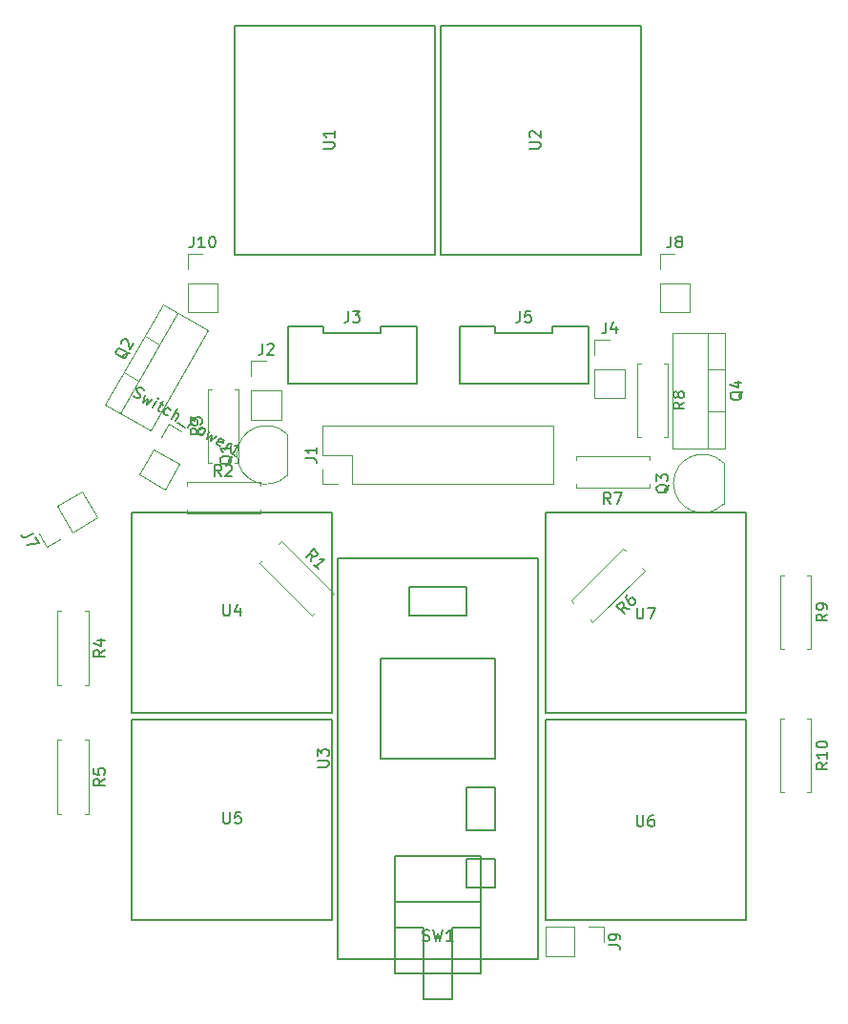
<source format=gto>
G04 #@! TF.GenerationSoftware,KiCad,Pcbnew,5.0.2-bee76a0~70~ubuntu18.04.1*
G04 #@! TF.CreationDate,2019-01-29T21:20:29+01:00*
G04 #@! TF.ProjectId,Robot Propulsion layer 2 V2,526f626f-7420-4507-926f-70756c73696f,rev?*
G04 #@! TF.SameCoordinates,Original*
G04 #@! TF.FileFunction,Legend,Top*
G04 #@! TF.FilePolarity,Positive*
%FSLAX46Y46*%
G04 Gerber Fmt 4.6, Leading zero omitted, Abs format (unit mm)*
G04 Created by KiCad (PCBNEW 5.0.2-bee76a0~70~ubuntu18.04.1) date mar. 29 janv. 2019 21:20:29 CET*
%MOMM*%
%LPD*%
G01*
G04 APERTURE LIST*
%ADD10C,0.150000*%
%ADD11C,0.120000*%
G04 APERTURE END LIST*
D10*
G04 #@! TO.C,U3*
X122810000Y-112804000D02*
X122810000Y-114074000D01*
X122810000Y-114074000D02*
X115190000Y-114074000D01*
X115190000Y-114074000D02*
X115190000Y-112804000D01*
X124080000Y-101374000D02*
X124080000Y-97564000D01*
X124080000Y-97564000D02*
X121540000Y-97564000D01*
X121540000Y-97564000D02*
X121540000Y-101374000D01*
X121540000Y-101374000D02*
X124080000Y-101374000D01*
X122810000Y-107724000D02*
X115190000Y-107724000D01*
X115190000Y-107724000D02*
X115190000Y-112804000D01*
X122810000Y-107724000D02*
X122810000Y-112804000D01*
X124080000Y-106454000D02*
X124080000Y-103914000D01*
X124080000Y-103914000D02*
X121540000Y-103914000D01*
X121540000Y-103914000D02*
X121540000Y-106454000D01*
X121540000Y-106454000D02*
X124080000Y-106454000D01*
X116460000Y-79784000D02*
X121540000Y-79784000D01*
X121540000Y-79784000D02*
X121540000Y-82324000D01*
X121540000Y-82324000D02*
X116460000Y-82324000D01*
X116460000Y-82324000D02*
X116460000Y-79784000D01*
X124080000Y-86134000D02*
X113920000Y-86134000D01*
X113920000Y-95024000D02*
X124080000Y-95024000D01*
X113920000Y-86134000D02*
X113920000Y-95024000D01*
X124080000Y-86134000D02*
X124080000Y-95024000D01*
X110110000Y-112804000D02*
X110110000Y-77244000D01*
X110110000Y-77244000D02*
X127890000Y-77244000D01*
X127890000Y-77244000D02*
X127890000Y-112804000D01*
X127890000Y-112804000D02*
X110110000Y-112804000D01*
D11*
G04 #@! TO.C,Q1*
X105598478Y-66261522D02*
G75*
G03X101160000Y-68100000I-1838478J-1838478D01*
G01*
X105598478Y-69938478D02*
G75*
G02X101160000Y-68100000I-1838478J1838478D01*
G01*
X105610000Y-69900000D02*
X105610000Y-66300000D01*
G04 #@! TO.C,Q3*
X144333478Y-68801522D02*
G75*
G03X139895000Y-70640000I-1838478J-1838478D01*
G01*
X144333478Y-72478478D02*
G75*
G02X139895000Y-70640000I-1838478J1838478D01*
G01*
X144345000Y-72440000D02*
X144345000Y-68840000D01*
D10*
G04 #@! TO.C,J3*
X117095000Y-56670000D02*
X117095000Y-61750000D01*
X113920000Y-56670000D02*
X117095000Y-56670000D01*
X113920000Y-57305000D02*
X113920000Y-56670000D01*
X108840000Y-57305000D02*
X113920000Y-57305000D01*
X108840000Y-56670000D02*
X108840000Y-57305000D01*
X105665000Y-56670000D02*
X108840000Y-56670000D01*
X105665000Y-61750000D02*
X105665000Y-56670000D01*
X117095000Y-61750000D02*
X105665000Y-61750000D01*
G04 #@! TO.C,J5*
X132335000Y-56670000D02*
X132335000Y-61750000D01*
X129160000Y-56670000D02*
X132335000Y-56670000D01*
X129160000Y-57305000D02*
X129160000Y-56670000D01*
X124080000Y-57305000D02*
X129160000Y-57305000D01*
X124080000Y-56670000D02*
X124080000Y-57305000D01*
X120905000Y-56670000D02*
X124080000Y-56670000D01*
X120905000Y-61750000D02*
X120905000Y-56670000D01*
X132335000Y-61750000D02*
X120905000Y-61750000D01*
D11*
G04 #@! TO.C,J2*
X102430000Y-59785000D02*
X103760000Y-59785000D01*
X102430000Y-61115000D02*
X102430000Y-59785000D01*
X102430000Y-62385000D02*
X105090000Y-62385000D01*
X105090000Y-62385000D02*
X105090000Y-64985000D01*
X102430000Y-62385000D02*
X102430000Y-64985000D01*
X102430000Y-64985000D02*
X105090000Y-64985000D01*
G04 #@! TO.C,J4*
X132910000Y-57880000D02*
X134240000Y-57880000D01*
X132910000Y-59210000D02*
X132910000Y-57880000D01*
X132910000Y-60480000D02*
X135570000Y-60480000D01*
X135570000Y-60480000D02*
X135570000Y-63080000D01*
X132910000Y-60480000D02*
X132910000Y-63080000D01*
X132910000Y-63080000D02*
X135570000Y-63080000D01*
G04 #@! TO.C,J7*
X84273186Y-76266814D02*
X83608186Y-75115000D01*
X85425000Y-75601814D02*
X84273186Y-76266814D01*
X86524852Y-74966814D02*
X85194852Y-72663186D01*
X85194852Y-72663186D02*
X87446518Y-71363186D01*
X86524852Y-74966814D02*
X88776518Y-73666814D01*
X88776518Y-73666814D02*
X87446518Y-71363186D01*
G04 #@! TO.C,J8*
X138675000Y-50260000D02*
X140005000Y-50260000D01*
X138675000Y-51590000D02*
X138675000Y-50260000D01*
X138675000Y-52860000D02*
X141335000Y-52860000D01*
X141335000Y-52860000D02*
X141335000Y-55460000D01*
X138675000Y-52860000D02*
X138675000Y-55460000D01*
X138675000Y-55460000D02*
X141335000Y-55460000D01*
G04 #@! TO.C,J9*
X133715000Y-109950000D02*
X133715000Y-111280000D01*
X132385000Y-109950000D02*
X133715000Y-109950000D01*
X131115000Y-109950000D02*
X131115000Y-112610000D01*
X131115000Y-112610000D02*
X128515000Y-112610000D01*
X131115000Y-109950000D02*
X128515000Y-109950000D01*
X128515000Y-109950000D02*
X128515000Y-112610000D01*
G04 #@! TO.C,J10*
X96765000Y-50260000D02*
X98095000Y-50260000D01*
X96765000Y-51590000D02*
X96765000Y-50260000D01*
X96765000Y-52860000D02*
X99425000Y-52860000D01*
X99425000Y-52860000D02*
X99425000Y-55460000D01*
X96765000Y-52860000D02*
X96765000Y-55460000D01*
X96765000Y-55460000D02*
X99425000Y-55460000D01*
G04 #@! TO.C,Switch_Power1*
X95068186Y-65353481D02*
X96220000Y-66018481D01*
X94403186Y-66505295D02*
X95068186Y-65353481D01*
X93768186Y-67605147D02*
X96071814Y-68935147D01*
X96071814Y-68935147D02*
X94771814Y-71186813D01*
X93768186Y-67605147D02*
X92468186Y-69856813D01*
X92468186Y-69856813D02*
X94771814Y-71186813D01*
D10*
G04 #@! TO.C,U4*
X91822000Y-73180000D02*
X109602000Y-73180000D01*
X109602000Y-73180000D02*
X109602000Y-90960000D01*
X109602000Y-90960000D02*
X91822000Y-90960000D01*
X91822000Y-90960000D02*
X91822000Y-73180000D01*
G04 #@! TO.C,U5*
X91822000Y-91595000D02*
X109602000Y-91595000D01*
X109602000Y-91595000D02*
X109602000Y-109375000D01*
X109602000Y-109375000D02*
X91822000Y-109375000D01*
X91822000Y-109375000D02*
X91822000Y-91595000D01*
G04 #@! TO.C,U6*
X146305000Y-109375000D02*
X128525000Y-109375000D01*
X128525000Y-109375000D02*
X128525000Y-91595000D01*
X128525000Y-91595000D02*
X146305000Y-91595000D01*
X146305000Y-91595000D02*
X146305000Y-109375000D01*
G04 #@! TO.C,U7*
X146305000Y-90960000D02*
X128525000Y-90960000D01*
X128525000Y-90960000D02*
X128525000Y-73180000D01*
X128525000Y-73180000D02*
X146305000Y-73180000D01*
X146305000Y-73180000D02*
X146305000Y-90960000D01*
G04 #@! TO.C,U1*
X100966000Y-30000000D02*
X118746000Y-30000000D01*
X100966000Y-50320000D02*
X100966000Y-30000000D01*
X118746000Y-50320000D02*
X100966000Y-50320000D01*
X118746000Y-30000000D02*
X118746000Y-50320000D01*
G04 #@! TO.C,U2*
X119254000Y-30000000D02*
X137034000Y-30000000D01*
X119254000Y-50320000D02*
X119254000Y-30000000D01*
X137034000Y-50320000D02*
X119254000Y-50320000D01*
X137034000Y-30000000D02*
X137034000Y-50320000D01*
D11*
G04 #@! TO.C,J1*
X108780000Y-70700000D02*
X108780000Y-69370000D01*
X110110000Y-70700000D02*
X108780000Y-70700000D01*
X108780000Y-68100000D02*
X108780000Y-65500000D01*
X111380000Y-68100000D02*
X108780000Y-68100000D01*
X111380000Y-70700000D02*
X111380000Y-68100000D01*
X108780000Y-65500000D02*
X129220000Y-65500000D01*
X111380000Y-70700000D02*
X129220000Y-70700000D01*
X129220000Y-70700000D02*
X129220000Y-65500000D01*
G04 #@! TO.C,R1*
X104877229Y-76001447D02*
X105110574Y-75768101D01*
X105110574Y-75768101D02*
X109735052Y-80392580D01*
X109735052Y-80392580D02*
X109501707Y-80625925D01*
X103406447Y-77472229D02*
X103173101Y-77705574D01*
X103173101Y-77705574D02*
X107797580Y-82330052D01*
X107797580Y-82330052D02*
X108030925Y-82096707D01*
G04 #@! TO.C,R2*
X103220000Y-73280000D02*
X103220000Y-72950000D01*
X96680000Y-73280000D02*
X103220000Y-73280000D01*
X96680000Y-72950000D02*
X96680000Y-73280000D01*
X103220000Y-70540000D02*
X103220000Y-70870000D01*
X96680000Y-70540000D02*
X103220000Y-70540000D01*
X96680000Y-70870000D02*
X96680000Y-70540000D01*
G04 #@! TO.C,R3*
X98910000Y-68830000D02*
X98580000Y-68830000D01*
X98580000Y-68830000D02*
X98580000Y-62290000D01*
X98580000Y-62290000D02*
X98910000Y-62290000D01*
X100990000Y-68830000D02*
X101320000Y-68830000D01*
X101320000Y-68830000D02*
X101320000Y-62290000D01*
X101320000Y-62290000D02*
X100990000Y-62290000D01*
G04 #@! TO.C,R4*
X85245000Y-88515000D02*
X85575000Y-88515000D01*
X85245000Y-81975000D02*
X85245000Y-88515000D01*
X85575000Y-81975000D02*
X85245000Y-81975000D01*
X87985000Y-88515000D02*
X87655000Y-88515000D01*
X87985000Y-81975000D02*
X87985000Y-88515000D01*
X87655000Y-81975000D02*
X87985000Y-81975000D01*
G04 #@! TO.C,R5*
X87655000Y-93405000D02*
X87985000Y-93405000D01*
X87985000Y-93405000D02*
X87985000Y-99945000D01*
X87985000Y-99945000D02*
X87655000Y-99945000D01*
X85575000Y-93405000D02*
X85245000Y-93405000D01*
X85245000Y-93405000D02*
X85245000Y-99945000D01*
X85245000Y-99945000D02*
X85575000Y-99945000D01*
G04 #@! TO.C,R6*
X137133553Y-78107229D02*
X137366899Y-78340574D01*
X137366899Y-78340574D02*
X132742420Y-82965052D01*
X132742420Y-82965052D02*
X132509075Y-82731707D01*
X135662771Y-76636447D02*
X135429426Y-76403101D01*
X135429426Y-76403101D02*
X130804948Y-81027580D01*
X130804948Y-81027580D02*
X131038293Y-81260925D01*
G04 #@! TO.C,R7*
X131224000Y-68254000D02*
X131224000Y-68584000D01*
X137764000Y-68254000D02*
X131224000Y-68254000D01*
X137764000Y-68584000D02*
X137764000Y-68254000D01*
X131224000Y-70994000D02*
X131224000Y-70664000D01*
X137764000Y-70994000D02*
X131224000Y-70994000D01*
X137764000Y-70664000D02*
X137764000Y-70994000D01*
G04 #@! TO.C,R8*
X136680000Y-66544000D02*
X137010000Y-66544000D01*
X136680000Y-60004000D02*
X136680000Y-66544000D01*
X137010000Y-60004000D02*
X136680000Y-60004000D01*
X139420000Y-66544000D02*
X139090000Y-66544000D01*
X139420000Y-60004000D02*
X139420000Y-66544000D01*
X139090000Y-60004000D02*
X139420000Y-60004000D01*
G04 #@! TO.C,R9*
X149380000Y-85340000D02*
X149710000Y-85340000D01*
X149380000Y-78800000D02*
X149380000Y-85340000D01*
X149710000Y-78800000D02*
X149380000Y-78800000D01*
X152120000Y-85340000D02*
X151790000Y-85340000D01*
X152120000Y-78800000D02*
X152120000Y-85340000D01*
X151790000Y-78800000D02*
X152120000Y-78800000D01*
G04 #@! TO.C,R10*
X151790000Y-91500000D02*
X152120000Y-91500000D01*
X152120000Y-91500000D02*
X152120000Y-98040000D01*
X152120000Y-98040000D02*
X151790000Y-98040000D01*
X149710000Y-91500000D02*
X149380000Y-91500000D01*
X149380000Y-91500000D02*
X149380000Y-98040000D01*
X149380000Y-98040000D02*
X149710000Y-98040000D01*
D10*
G04 #@! TO.C,SW1*
X122810000Y-103660000D02*
X115190000Y-103660000D01*
X115190000Y-103660000D02*
X115190000Y-110010000D01*
X115190000Y-110010000D02*
X117730000Y-110010000D01*
X117730000Y-110010000D02*
X117730000Y-116360000D01*
X117730000Y-116360000D02*
X120270000Y-116360000D01*
X120270000Y-116360000D02*
X120270000Y-110010000D01*
X120270000Y-110010000D02*
X122810000Y-110010000D01*
X122810000Y-110010000D02*
X122810000Y-103660000D01*
D11*
G04 #@! TO.C,Q2*
X89478097Y-63619346D02*
X94598097Y-54751245D01*
X93497321Y-65939846D02*
X98617321Y-57071745D01*
X89478097Y-63619346D02*
X93497321Y-65939846D01*
X94598097Y-54751245D02*
X98617321Y-57071745D01*
X90785795Y-64374346D02*
X95905795Y-55506245D01*
X91113097Y-60787442D02*
X92420795Y-61542442D01*
X92963597Y-57582282D02*
X94271295Y-58337282D01*
G04 #@! TO.C,Q4*
X144495000Y-57265000D02*
X144495000Y-67505000D01*
X139854000Y-57265000D02*
X139854000Y-67505000D01*
X144495000Y-57265000D02*
X139854000Y-57265000D01*
X144495000Y-67505000D02*
X139854000Y-67505000D01*
X142985000Y-57265000D02*
X142985000Y-67505000D01*
X144495000Y-60535000D02*
X142985000Y-60535000D01*
X144495000Y-64236000D02*
X142985000Y-64236000D01*
G04 #@! TO.C,U3*
D10*
X108292380Y-95785904D02*
X109101904Y-95785904D01*
X109197142Y-95738285D01*
X109244761Y-95690666D01*
X109292380Y-95595428D01*
X109292380Y-95404952D01*
X109244761Y-95309714D01*
X109197142Y-95262095D01*
X109101904Y-95214476D01*
X108292380Y-95214476D01*
X108292380Y-94833523D02*
X108292380Y-94214476D01*
X108673333Y-94547809D01*
X108673333Y-94404952D01*
X108720952Y-94309714D01*
X108768571Y-94262095D01*
X108863809Y-94214476D01*
X109101904Y-94214476D01*
X109197142Y-94262095D01*
X109244761Y-94309714D01*
X109292380Y-94404952D01*
X109292380Y-94690666D01*
X109244761Y-94785904D01*
X109197142Y-94833523D01*
G04 #@! TO.C,Q1*
X100747619Y-68195238D02*
X100700000Y-68290476D01*
X100604761Y-68385714D01*
X100461904Y-68528571D01*
X100414285Y-68623809D01*
X100414285Y-68719047D01*
X100652380Y-68671428D02*
X100604761Y-68766666D01*
X100509523Y-68861904D01*
X100319047Y-68909523D01*
X99985714Y-68909523D01*
X99795238Y-68861904D01*
X99700000Y-68766666D01*
X99652380Y-68671428D01*
X99652380Y-68480952D01*
X99700000Y-68385714D01*
X99795238Y-68290476D01*
X99985714Y-68242857D01*
X100319047Y-68242857D01*
X100509523Y-68290476D01*
X100604761Y-68385714D01*
X100652380Y-68480952D01*
X100652380Y-68671428D01*
X100652380Y-67290476D02*
X100652380Y-67861904D01*
X100652380Y-67576190D02*
X99652380Y-67576190D01*
X99795238Y-67671428D01*
X99890476Y-67766666D01*
X99938095Y-67861904D01*
G04 #@! TO.C,Q3*
X139482619Y-70735238D02*
X139435000Y-70830476D01*
X139339761Y-70925714D01*
X139196904Y-71068571D01*
X139149285Y-71163809D01*
X139149285Y-71259047D01*
X139387380Y-71211428D02*
X139339761Y-71306666D01*
X139244523Y-71401904D01*
X139054047Y-71449523D01*
X138720714Y-71449523D01*
X138530238Y-71401904D01*
X138435000Y-71306666D01*
X138387380Y-71211428D01*
X138387380Y-71020952D01*
X138435000Y-70925714D01*
X138530238Y-70830476D01*
X138720714Y-70782857D01*
X139054047Y-70782857D01*
X139244523Y-70830476D01*
X139339761Y-70925714D01*
X139387380Y-71020952D01*
X139387380Y-71211428D01*
X138387380Y-70449523D02*
X138387380Y-69830476D01*
X138768333Y-70163809D01*
X138768333Y-70020952D01*
X138815952Y-69925714D01*
X138863571Y-69878095D01*
X138958809Y-69830476D01*
X139196904Y-69830476D01*
X139292142Y-69878095D01*
X139339761Y-69925714D01*
X139387380Y-70020952D01*
X139387380Y-70306666D01*
X139339761Y-70401904D01*
X139292142Y-70449523D01*
G04 #@! TO.C,J3*
X111046666Y-55352380D02*
X111046666Y-56066666D01*
X110999047Y-56209523D01*
X110903809Y-56304761D01*
X110760952Y-56352380D01*
X110665714Y-56352380D01*
X111427619Y-55352380D02*
X112046666Y-55352380D01*
X111713333Y-55733333D01*
X111856190Y-55733333D01*
X111951428Y-55780952D01*
X111999047Y-55828571D01*
X112046666Y-55923809D01*
X112046666Y-56161904D01*
X111999047Y-56257142D01*
X111951428Y-56304761D01*
X111856190Y-56352380D01*
X111570476Y-56352380D01*
X111475238Y-56304761D01*
X111427619Y-56257142D01*
G04 #@! TO.C,J5*
X126286666Y-55352380D02*
X126286666Y-56066666D01*
X126239047Y-56209523D01*
X126143809Y-56304761D01*
X126000952Y-56352380D01*
X125905714Y-56352380D01*
X127239047Y-55352380D02*
X126762857Y-55352380D01*
X126715238Y-55828571D01*
X126762857Y-55780952D01*
X126858095Y-55733333D01*
X127096190Y-55733333D01*
X127191428Y-55780952D01*
X127239047Y-55828571D01*
X127286666Y-55923809D01*
X127286666Y-56161904D01*
X127239047Y-56257142D01*
X127191428Y-56304761D01*
X127096190Y-56352380D01*
X126858095Y-56352380D01*
X126762857Y-56304761D01*
X126715238Y-56257142D01*
G04 #@! TO.C,J2*
X103426666Y-58237380D02*
X103426666Y-58951666D01*
X103379047Y-59094523D01*
X103283809Y-59189761D01*
X103140952Y-59237380D01*
X103045714Y-59237380D01*
X103855238Y-58332619D02*
X103902857Y-58285000D01*
X103998095Y-58237380D01*
X104236190Y-58237380D01*
X104331428Y-58285000D01*
X104379047Y-58332619D01*
X104426666Y-58427857D01*
X104426666Y-58523095D01*
X104379047Y-58665952D01*
X103807619Y-59237380D01*
X104426666Y-59237380D01*
G04 #@! TO.C,J4*
X133906666Y-56332380D02*
X133906666Y-57046666D01*
X133859047Y-57189523D01*
X133763809Y-57284761D01*
X133620952Y-57332380D01*
X133525714Y-57332380D01*
X134811428Y-56665714D02*
X134811428Y-57332380D01*
X134573333Y-56284761D02*
X134335238Y-56999047D01*
X134954285Y-56999047D01*
G04 #@! TO.C,J7*
X83049746Y-75052515D02*
X82431156Y-75409658D01*
X82283629Y-75439847D01*
X82153531Y-75404987D01*
X82040863Y-75305079D01*
X81993244Y-75222600D01*
X83240222Y-75382429D02*
X83573555Y-75959780D01*
X82493244Y-76088626D01*
G04 #@! TO.C,J8*
X139671666Y-48712380D02*
X139671666Y-49426666D01*
X139624047Y-49569523D01*
X139528809Y-49664761D01*
X139385952Y-49712380D01*
X139290714Y-49712380D01*
X140290714Y-49140952D02*
X140195476Y-49093333D01*
X140147857Y-49045714D01*
X140100238Y-48950476D01*
X140100238Y-48902857D01*
X140147857Y-48807619D01*
X140195476Y-48760000D01*
X140290714Y-48712380D01*
X140481190Y-48712380D01*
X140576428Y-48760000D01*
X140624047Y-48807619D01*
X140671666Y-48902857D01*
X140671666Y-48950476D01*
X140624047Y-49045714D01*
X140576428Y-49093333D01*
X140481190Y-49140952D01*
X140290714Y-49140952D01*
X140195476Y-49188571D01*
X140147857Y-49236190D01*
X140100238Y-49331428D01*
X140100238Y-49521904D01*
X140147857Y-49617142D01*
X140195476Y-49664761D01*
X140290714Y-49712380D01*
X140481190Y-49712380D01*
X140576428Y-49664761D01*
X140624047Y-49617142D01*
X140671666Y-49521904D01*
X140671666Y-49331428D01*
X140624047Y-49236190D01*
X140576428Y-49188571D01*
X140481190Y-49140952D01*
G04 #@! TO.C,J9*
X134167380Y-111613333D02*
X134881666Y-111613333D01*
X135024523Y-111660952D01*
X135119761Y-111756190D01*
X135167380Y-111899047D01*
X135167380Y-111994285D01*
X135167380Y-111089523D02*
X135167380Y-110899047D01*
X135119761Y-110803809D01*
X135072142Y-110756190D01*
X134929285Y-110660952D01*
X134738809Y-110613333D01*
X134357857Y-110613333D01*
X134262619Y-110660952D01*
X134215000Y-110708571D01*
X134167380Y-110803809D01*
X134167380Y-110994285D01*
X134215000Y-111089523D01*
X134262619Y-111137142D01*
X134357857Y-111184761D01*
X134595952Y-111184761D01*
X134691190Y-111137142D01*
X134738809Y-111089523D01*
X134786428Y-110994285D01*
X134786428Y-110803809D01*
X134738809Y-110708571D01*
X134691190Y-110660952D01*
X134595952Y-110613333D01*
G04 #@! TO.C,J10*
X97285476Y-48712380D02*
X97285476Y-49426666D01*
X97237857Y-49569523D01*
X97142619Y-49664761D01*
X96999761Y-49712380D01*
X96904523Y-49712380D01*
X98285476Y-49712380D02*
X97714047Y-49712380D01*
X97999761Y-49712380D02*
X97999761Y-48712380D01*
X97904523Y-48855238D01*
X97809285Y-48950476D01*
X97714047Y-48998095D01*
X98904523Y-48712380D02*
X98999761Y-48712380D01*
X99095000Y-48760000D01*
X99142619Y-48807619D01*
X99190238Y-48902857D01*
X99237857Y-49093333D01*
X99237857Y-49331428D01*
X99190238Y-49521904D01*
X99142619Y-49617142D01*
X99095000Y-49664761D01*
X98999761Y-49712380D01*
X98904523Y-49712380D01*
X98809285Y-49664761D01*
X98761666Y-49617142D01*
X98714047Y-49521904D01*
X98666428Y-49331428D01*
X98666428Y-49093333D01*
X98714047Y-48902857D01*
X98761666Y-48807619D01*
X98809285Y-48760000D01*
X98904523Y-48712380D01*
G04 #@! TO.C,Switch_Power1*
X91940056Y-62860132D02*
X92039964Y-62972800D01*
X92246161Y-63091848D01*
X92352449Y-63098228D01*
X92417498Y-63080798D01*
X92506356Y-63022129D01*
X92553975Y-62939650D01*
X92560355Y-62833362D01*
X92542925Y-62768313D01*
X92484256Y-62679455D01*
X92343108Y-62542977D01*
X92284439Y-62454119D01*
X92267009Y-62389070D01*
X92273389Y-62282782D01*
X92321008Y-62200304D01*
X92409866Y-62141634D01*
X92474915Y-62124205D01*
X92581203Y-62130584D01*
X92787400Y-62249632D01*
X92887308Y-62362300D01*
X93033126Y-62776402D02*
X92864750Y-63448991D01*
X93267803Y-63131836D01*
X93194665Y-63639467D01*
X93692955Y-63157355D01*
X93689536Y-63925181D02*
X94022870Y-63347831D01*
X94189536Y-63059156D02*
X94124487Y-63076586D01*
X94141917Y-63141634D01*
X94206966Y-63124205D01*
X94189536Y-63059156D01*
X94141917Y-63141634D01*
X94311545Y-63514498D02*
X94641459Y-63704974D01*
X94601929Y-63297251D02*
X94173358Y-64039559D01*
X94166978Y-64145847D01*
X94225647Y-64234705D01*
X94308126Y-64282324D01*
X94991764Y-64622037D02*
X94885476Y-64615657D01*
X94720519Y-64520419D01*
X94661850Y-64431561D01*
X94644420Y-64366512D01*
X94650800Y-64260224D01*
X94793657Y-64012788D01*
X94882515Y-63954119D01*
X94947564Y-63936689D01*
X95053852Y-63943069D01*
X95218809Y-64038307D01*
X95277479Y-64127166D01*
X95339108Y-64877562D02*
X95839108Y-64011537D01*
X95710262Y-65091848D02*
X95972167Y-64638216D01*
X95978547Y-64531927D01*
X95919878Y-64443069D01*
X95796160Y-64371641D01*
X95689872Y-64365261D01*
X95624823Y-64382691D01*
X95868840Y-65293374D02*
X96528669Y-65674327D01*
X96782484Y-65710896D02*
X97282484Y-64844870D01*
X97612399Y-65035346D01*
X97671068Y-65124205D01*
X97688497Y-65189254D01*
X97682118Y-65295542D01*
X97610689Y-65419260D01*
X97521831Y-65477929D01*
X97456782Y-65495358D01*
X97350494Y-65488979D01*
X97020579Y-65298503D01*
X97772227Y-66282324D02*
X97713558Y-66193466D01*
X97696129Y-66128417D01*
X97702508Y-66022129D01*
X97845365Y-65774693D01*
X97934224Y-65716024D01*
X97999273Y-65698594D01*
X98105561Y-65704974D01*
X98229279Y-65776402D01*
X98287948Y-65865261D01*
X98305378Y-65930310D01*
X98298998Y-66036598D01*
X98156141Y-66284034D01*
X98067282Y-66342703D01*
X98002234Y-66360132D01*
X97895945Y-66353753D01*
X97772227Y-66282324D01*
X98682911Y-66038307D02*
X98514535Y-66710896D01*
X98917587Y-66393741D01*
X98844449Y-66901372D01*
X99342740Y-66419260D01*
X99693045Y-67336323D02*
X99586757Y-67329943D01*
X99421800Y-67234705D01*
X99363131Y-67145847D01*
X99369510Y-67039559D01*
X99559987Y-66709644D01*
X99648845Y-66650975D01*
X99755133Y-66657355D01*
X99920090Y-66752593D01*
X99978759Y-66841451D01*
X99972380Y-66947739D01*
X99924761Y-67030218D01*
X99464748Y-66874601D01*
X100081629Y-67615657D02*
X100414962Y-67038307D01*
X100319724Y-67203264D02*
X100408582Y-67144595D01*
X100473631Y-67127166D01*
X100579919Y-67133545D01*
X100662398Y-67181164D01*
X101071372Y-68187086D02*
X100576500Y-67901372D01*
X100823936Y-68044229D02*
X101323936Y-67178203D01*
X101170029Y-67254302D01*
X101039931Y-67289162D01*
X100933643Y-67282782D01*
G04 #@! TO.C,U4*
X99950095Y-81387380D02*
X99950095Y-82196904D01*
X99997714Y-82292142D01*
X100045333Y-82339761D01*
X100140571Y-82387380D01*
X100331047Y-82387380D01*
X100426285Y-82339761D01*
X100473904Y-82292142D01*
X100521523Y-82196904D01*
X100521523Y-81387380D01*
X101426285Y-81720714D02*
X101426285Y-82387380D01*
X101188190Y-81339761D02*
X100950095Y-82054047D01*
X101569142Y-82054047D01*
G04 #@! TO.C,U5*
X99950095Y-99802380D02*
X99950095Y-100611904D01*
X99997714Y-100707142D01*
X100045333Y-100754761D01*
X100140571Y-100802380D01*
X100331047Y-100802380D01*
X100426285Y-100754761D01*
X100473904Y-100707142D01*
X100521523Y-100611904D01*
X100521523Y-99802380D01*
X101473904Y-99802380D02*
X100997714Y-99802380D01*
X100950095Y-100278571D01*
X100997714Y-100230952D01*
X101092952Y-100183333D01*
X101331047Y-100183333D01*
X101426285Y-100230952D01*
X101473904Y-100278571D01*
X101521523Y-100373809D01*
X101521523Y-100611904D01*
X101473904Y-100707142D01*
X101426285Y-100754761D01*
X101331047Y-100802380D01*
X101092952Y-100802380D01*
X100997714Y-100754761D01*
X100950095Y-100707142D01*
G04 #@! TO.C,U6*
X136653095Y-100072380D02*
X136653095Y-100881904D01*
X136700714Y-100977142D01*
X136748333Y-101024761D01*
X136843571Y-101072380D01*
X137034047Y-101072380D01*
X137129285Y-101024761D01*
X137176904Y-100977142D01*
X137224523Y-100881904D01*
X137224523Y-100072380D01*
X138129285Y-100072380D02*
X137938809Y-100072380D01*
X137843571Y-100120000D01*
X137795952Y-100167619D01*
X137700714Y-100310476D01*
X137653095Y-100500952D01*
X137653095Y-100881904D01*
X137700714Y-100977142D01*
X137748333Y-101024761D01*
X137843571Y-101072380D01*
X138034047Y-101072380D01*
X138129285Y-101024761D01*
X138176904Y-100977142D01*
X138224523Y-100881904D01*
X138224523Y-100643809D01*
X138176904Y-100548571D01*
X138129285Y-100500952D01*
X138034047Y-100453333D01*
X137843571Y-100453333D01*
X137748333Y-100500952D01*
X137700714Y-100548571D01*
X137653095Y-100643809D01*
G04 #@! TO.C,U7*
X136653095Y-81657380D02*
X136653095Y-82466904D01*
X136700714Y-82562142D01*
X136748333Y-82609761D01*
X136843571Y-82657380D01*
X137034047Y-82657380D01*
X137129285Y-82609761D01*
X137176904Y-82562142D01*
X137224523Y-82466904D01*
X137224523Y-81657380D01*
X137605476Y-81657380D02*
X138272142Y-81657380D01*
X137843571Y-82657380D01*
G04 #@! TO.C,U1*
X108808380Y-40921904D02*
X109617904Y-40921904D01*
X109713142Y-40874285D01*
X109760761Y-40826666D01*
X109808380Y-40731428D01*
X109808380Y-40540952D01*
X109760761Y-40445714D01*
X109713142Y-40398095D01*
X109617904Y-40350476D01*
X108808380Y-40350476D01*
X109808380Y-39350476D02*
X109808380Y-39921904D01*
X109808380Y-39636190D02*
X108808380Y-39636190D01*
X108951238Y-39731428D01*
X109046476Y-39826666D01*
X109094095Y-39921904D01*
G04 #@! TO.C,U2*
X127096380Y-40921904D02*
X127905904Y-40921904D01*
X128001142Y-40874285D01*
X128048761Y-40826666D01*
X128096380Y-40731428D01*
X128096380Y-40540952D01*
X128048761Y-40445714D01*
X128001142Y-40398095D01*
X127905904Y-40350476D01*
X127096380Y-40350476D01*
X127191619Y-39921904D02*
X127144000Y-39874285D01*
X127096380Y-39779047D01*
X127096380Y-39540952D01*
X127144000Y-39445714D01*
X127191619Y-39398095D01*
X127286857Y-39350476D01*
X127382095Y-39350476D01*
X127524952Y-39398095D01*
X128096380Y-39969523D01*
X128096380Y-39350476D01*
G04 #@! TO.C,J1*
X107232380Y-68433333D02*
X107946666Y-68433333D01*
X108089523Y-68480952D01*
X108184761Y-68576190D01*
X108232380Y-68719047D01*
X108232380Y-68814285D01*
X108232380Y-67433333D02*
X108232380Y-68004761D01*
X108232380Y-67719047D02*
X107232380Y-67719047D01*
X107375238Y-67814285D01*
X107470476Y-67909523D01*
X107518095Y-68004761D01*
G04 #@! TO.C,R1*
X107692187Y-77575264D02*
X107793202Y-77002844D01*
X107288126Y-77171203D02*
X107995232Y-76464096D01*
X108264607Y-76733470D01*
X108298278Y-76834485D01*
X108298278Y-76901829D01*
X108264607Y-77002844D01*
X108163591Y-77103859D01*
X108062576Y-77137531D01*
X107995232Y-77137531D01*
X107894217Y-77103859D01*
X107624843Y-76834485D01*
X108365622Y-78248699D02*
X107961561Y-77844638D01*
X108163591Y-78046669D02*
X108870698Y-77339562D01*
X108702339Y-77373234D01*
X108567652Y-77373234D01*
X108466637Y-77339562D01*
G04 #@! TO.C,R2*
X99783333Y-69992380D02*
X99450000Y-69516190D01*
X99211904Y-69992380D02*
X99211904Y-68992380D01*
X99592857Y-68992380D01*
X99688095Y-69040000D01*
X99735714Y-69087619D01*
X99783333Y-69182857D01*
X99783333Y-69325714D01*
X99735714Y-69420952D01*
X99688095Y-69468571D01*
X99592857Y-69516190D01*
X99211904Y-69516190D01*
X100164285Y-69087619D02*
X100211904Y-69040000D01*
X100307142Y-68992380D01*
X100545238Y-68992380D01*
X100640476Y-69040000D01*
X100688095Y-69087619D01*
X100735714Y-69182857D01*
X100735714Y-69278095D01*
X100688095Y-69420952D01*
X100116666Y-69992380D01*
X100735714Y-69992380D01*
G04 #@! TO.C,R3*
X98032380Y-65726666D02*
X97556190Y-66060000D01*
X98032380Y-66298095D02*
X97032380Y-66298095D01*
X97032380Y-65917142D01*
X97080000Y-65821904D01*
X97127619Y-65774285D01*
X97222857Y-65726666D01*
X97365714Y-65726666D01*
X97460952Y-65774285D01*
X97508571Y-65821904D01*
X97556190Y-65917142D01*
X97556190Y-66298095D01*
X97032380Y-65393333D02*
X97032380Y-64774285D01*
X97413333Y-65107619D01*
X97413333Y-64964761D01*
X97460952Y-64869523D01*
X97508571Y-64821904D01*
X97603809Y-64774285D01*
X97841904Y-64774285D01*
X97937142Y-64821904D01*
X97984761Y-64869523D01*
X98032380Y-64964761D01*
X98032380Y-65250476D01*
X97984761Y-65345714D01*
X97937142Y-65393333D01*
G04 #@! TO.C,R4*
X89437380Y-85411666D02*
X88961190Y-85745000D01*
X89437380Y-85983095D02*
X88437380Y-85983095D01*
X88437380Y-85602142D01*
X88485000Y-85506904D01*
X88532619Y-85459285D01*
X88627857Y-85411666D01*
X88770714Y-85411666D01*
X88865952Y-85459285D01*
X88913571Y-85506904D01*
X88961190Y-85602142D01*
X88961190Y-85983095D01*
X88770714Y-84554523D02*
X89437380Y-84554523D01*
X88389761Y-84792619D02*
X89104047Y-85030714D01*
X89104047Y-84411666D01*
G04 #@! TO.C,R5*
X89437380Y-96841666D02*
X88961190Y-97175000D01*
X89437380Y-97413095D02*
X88437380Y-97413095D01*
X88437380Y-97032142D01*
X88485000Y-96936904D01*
X88532619Y-96889285D01*
X88627857Y-96841666D01*
X88770714Y-96841666D01*
X88865952Y-96889285D01*
X88913571Y-96936904D01*
X88961190Y-97032142D01*
X88961190Y-97413095D01*
X88437380Y-95936904D02*
X88437380Y-96413095D01*
X88913571Y-96460714D01*
X88865952Y-96413095D01*
X88818333Y-96317857D01*
X88818333Y-96079761D01*
X88865952Y-95984523D01*
X88913571Y-95936904D01*
X89008809Y-95889285D01*
X89246904Y-95889285D01*
X89342142Y-95936904D01*
X89389761Y-95984523D01*
X89437380Y-96079761D01*
X89437380Y-96317857D01*
X89389761Y-96413095D01*
X89342142Y-96460714D01*
G04 #@! TO.C,R6*
X135963796Y-81797652D02*
X135391376Y-81696637D01*
X135559735Y-82201713D02*
X134852628Y-81494607D01*
X135122002Y-81225232D01*
X135223017Y-81191561D01*
X135290361Y-81191561D01*
X135391376Y-81225232D01*
X135492391Y-81326248D01*
X135526063Y-81427263D01*
X135526063Y-81494607D01*
X135492391Y-81595622D01*
X135223017Y-81864996D01*
X135862781Y-80484454D02*
X135728094Y-80619141D01*
X135694422Y-80720156D01*
X135694422Y-80787500D01*
X135728094Y-80955858D01*
X135829109Y-81124217D01*
X136098483Y-81393591D01*
X136199498Y-81427263D01*
X136266842Y-81427263D01*
X136367857Y-81393591D01*
X136502544Y-81258904D01*
X136536216Y-81157889D01*
X136536216Y-81090545D01*
X136502544Y-80989530D01*
X136334185Y-80821171D01*
X136233170Y-80787500D01*
X136165827Y-80787500D01*
X136064811Y-80821171D01*
X135930124Y-80955858D01*
X135896453Y-81056874D01*
X135896453Y-81124217D01*
X135930124Y-81225232D01*
G04 #@! TO.C,R7*
X134327333Y-72446380D02*
X133994000Y-71970190D01*
X133755904Y-72446380D02*
X133755904Y-71446380D01*
X134136857Y-71446380D01*
X134232095Y-71494000D01*
X134279714Y-71541619D01*
X134327333Y-71636857D01*
X134327333Y-71779714D01*
X134279714Y-71874952D01*
X134232095Y-71922571D01*
X134136857Y-71970190D01*
X133755904Y-71970190D01*
X134660666Y-71446380D02*
X135327333Y-71446380D01*
X134898761Y-72446380D01*
G04 #@! TO.C,R8*
X140872380Y-63440666D02*
X140396190Y-63774000D01*
X140872380Y-64012095D02*
X139872380Y-64012095D01*
X139872380Y-63631142D01*
X139920000Y-63535904D01*
X139967619Y-63488285D01*
X140062857Y-63440666D01*
X140205714Y-63440666D01*
X140300952Y-63488285D01*
X140348571Y-63535904D01*
X140396190Y-63631142D01*
X140396190Y-64012095D01*
X140300952Y-62869238D02*
X140253333Y-62964476D01*
X140205714Y-63012095D01*
X140110476Y-63059714D01*
X140062857Y-63059714D01*
X139967619Y-63012095D01*
X139920000Y-62964476D01*
X139872380Y-62869238D01*
X139872380Y-62678761D01*
X139920000Y-62583523D01*
X139967619Y-62535904D01*
X140062857Y-62488285D01*
X140110476Y-62488285D01*
X140205714Y-62535904D01*
X140253333Y-62583523D01*
X140300952Y-62678761D01*
X140300952Y-62869238D01*
X140348571Y-62964476D01*
X140396190Y-63012095D01*
X140491428Y-63059714D01*
X140681904Y-63059714D01*
X140777142Y-63012095D01*
X140824761Y-62964476D01*
X140872380Y-62869238D01*
X140872380Y-62678761D01*
X140824761Y-62583523D01*
X140777142Y-62535904D01*
X140681904Y-62488285D01*
X140491428Y-62488285D01*
X140396190Y-62535904D01*
X140348571Y-62583523D01*
X140300952Y-62678761D01*
G04 #@! TO.C,R9*
X153572380Y-82236666D02*
X153096190Y-82570000D01*
X153572380Y-82808095D02*
X152572380Y-82808095D01*
X152572380Y-82427142D01*
X152620000Y-82331904D01*
X152667619Y-82284285D01*
X152762857Y-82236666D01*
X152905714Y-82236666D01*
X153000952Y-82284285D01*
X153048571Y-82331904D01*
X153096190Y-82427142D01*
X153096190Y-82808095D01*
X153572380Y-81760476D02*
X153572380Y-81570000D01*
X153524761Y-81474761D01*
X153477142Y-81427142D01*
X153334285Y-81331904D01*
X153143809Y-81284285D01*
X152762857Y-81284285D01*
X152667619Y-81331904D01*
X152620000Y-81379523D01*
X152572380Y-81474761D01*
X152572380Y-81665238D01*
X152620000Y-81760476D01*
X152667619Y-81808095D01*
X152762857Y-81855714D01*
X153000952Y-81855714D01*
X153096190Y-81808095D01*
X153143809Y-81760476D01*
X153191428Y-81665238D01*
X153191428Y-81474761D01*
X153143809Y-81379523D01*
X153096190Y-81331904D01*
X153000952Y-81284285D01*
G04 #@! TO.C,R10*
X153572380Y-95412857D02*
X153096190Y-95746190D01*
X153572380Y-95984285D02*
X152572380Y-95984285D01*
X152572380Y-95603333D01*
X152620000Y-95508095D01*
X152667619Y-95460476D01*
X152762857Y-95412857D01*
X152905714Y-95412857D01*
X153000952Y-95460476D01*
X153048571Y-95508095D01*
X153096190Y-95603333D01*
X153096190Y-95984285D01*
X153572380Y-94460476D02*
X153572380Y-95031904D01*
X153572380Y-94746190D02*
X152572380Y-94746190D01*
X152715238Y-94841428D01*
X152810476Y-94936666D01*
X152858095Y-95031904D01*
X152572380Y-93841428D02*
X152572380Y-93746190D01*
X152620000Y-93650952D01*
X152667619Y-93603333D01*
X152762857Y-93555714D01*
X152953333Y-93508095D01*
X153191428Y-93508095D01*
X153381904Y-93555714D01*
X153477142Y-93603333D01*
X153524761Y-93650952D01*
X153572380Y-93746190D01*
X153572380Y-93841428D01*
X153524761Y-93936666D01*
X153477142Y-93984285D01*
X153381904Y-94031904D01*
X153191428Y-94079523D01*
X152953333Y-94079523D01*
X152762857Y-94031904D01*
X152667619Y-93984285D01*
X152620000Y-93936666D01*
X152572380Y-93841428D01*
G04 #@! TO.C,SW1*
X117666666Y-111184761D02*
X117809523Y-111232380D01*
X118047619Y-111232380D01*
X118142857Y-111184761D01*
X118190476Y-111137142D01*
X118238095Y-111041904D01*
X118238095Y-110946666D01*
X118190476Y-110851428D01*
X118142857Y-110803809D01*
X118047619Y-110756190D01*
X117857142Y-110708571D01*
X117761904Y-110660952D01*
X117714285Y-110613333D01*
X117666666Y-110518095D01*
X117666666Y-110422857D01*
X117714285Y-110327619D01*
X117761904Y-110280000D01*
X117857142Y-110232380D01*
X118095238Y-110232380D01*
X118238095Y-110280000D01*
X118571428Y-110232380D02*
X118809523Y-111232380D01*
X119000000Y-110518095D01*
X119190476Y-111232380D01*
X119428571Y-110232380D01*
X120333333Y-111232380D02*
X119761904Y-111232380D01*
X120047619Y-111232380D02*
X120047619Y-110232380D01*
X119952380Y-110375238D01*
X119857142Y-110470476D01*
X119761904Y-110518095D01*
G04 #@! TO.C,Q2*
X91598704Y-59041583D02*
X91509846Y-59100252D01*
X91379748Y-59135111D01*
X91184602Y-59187401D01*
X91095744Y-59246070D01*
X91048125Y-59328548D01*
X91278131Y-59406357D02*
X91189272Y-59465026D01*
X91059175Y-59499885D01*
X90870408Y-59445886D01*
X90581733Y-59279220D01*
X90440585Y-59142742D01*
X90405725Y-59012645D01*
X90412105Y-58906357D01*
X90507343Y-58741399D01*
X90596202Y-58682730D01*
X90726299Y-58647871D01*
X90915066Y-58701870D01*
X91203741Y-58868536D01*
X91344889Y-59005014D01*
X91379748Y-59135111D01*
X91373369Y-59241399D01*
X91278131Y-59406357D01*
X90899346Y-58252907D02*
X90881916Y-58187859D01*
X90888296Y-58081571D01*
X91007343Y-57875374D01*
X91096202Y-57816705D01*
X91161250Y-57799275D01*
X91267539Y-57805655D01*
X91350017Y-57853274D01*
X91449926Y-57965942D01*
X91659083Y-58746528D01*
X91968607Y-58210417D01*
G04 #@! TO.C,Q4*
X146042619Y-62480238D02*
X145995000Y-62575476D01*
X145899761Y-62670714D01*
X145756904Y-62813571D01*
X145709285Y-62908809D01*
X145709285Y-63004047D01*
X145947380Y-62956428D02*
X145899761Y-63051666D01*
X145804523Y-63146904D01*
X145614047Y-63194523D01*
X145280714Y-63194523D01*
X145090238Y-63146904D01*
X144995000Y-63051666D01*
X144947380Y-62956428D01*
X144947380Y-62765952D01*
X144995000Y-62670714D01*
X145090238Y-62575476D01*
X145280714Y-62527857D01*
X145614047Y-62527857D01*
X145804523Y-62575476D01*
X145899761Y-62670714D01*
X145947380Y-62765952D01*
X145947380Y-62956428D01*
X145280714Y-61670714D02*
X145947380Y-61670714D01*
X144899761Y-61908809D02*
X145614047Y-62146904D01*
X145614047Y-61527857D01*
G04 #@! TD*
M02*

</source>
